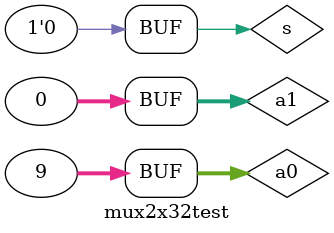
<source format=v>
`timescale 1ns / 1ps


module mux2x32test;

	// Inputs
	reg [31:0] a0;
	reg [31:0] a1;
	reg s;

	// Outputs
	wire [31:0] y;

	// Instantiate the Unit Under Test (UUT)
	mux2x32 uut (
		.a0(a0), 
		.a1(a1), 
		.s(s), 
		.y(y)
	);

	initial begin
		// Initialize Inputs
		a0 = 0;
		a1 = 0;
		s = 0;

		// Wait 100 ns for global reset to finish
		#100;
		a0 = 5'b01001;
		a1 = 32'h0000;
		s = 0;
        
		// Add stimulus here

	end
      
endmodule


</source>
